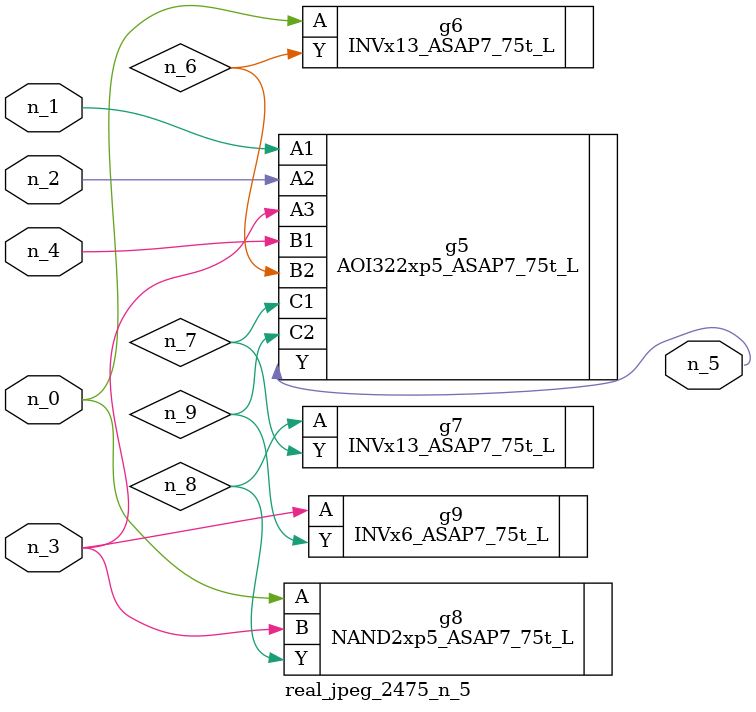
<source format=v>
module real_jpeg_2475_n_5 (n_4, n_0, n_1, n_2, n_3, n_5);

input n_4;
input n_0;
input n_1;
input n_2;
input n_3;

output n_5;

wire n_8;
wire n_6;
wire n_7;
wire n_9;

INVx13_ASAP7_75t_L g6 ( 
.A(n_0),
.Y(n_6)
);

NAND2xp5_ASAP7_75t_L g8 ( 
.A(n_0),
.B(n_3),
.Y(n_8)
);

AOI322xp5_ASAP7_75t_L g5 ( 
.A1(n_1),
.A2(n_2),
.A3(n_3),
.B1(n_4),
.B2(n_6),
.C1(n_7),
.C2(n_9),
.Y(n_5)
);

INVx6_ASAP7_75t_L g9 ( 
.A(n_3),
.Y(n_9)
);

INVx13_ASAP7_75t_L g7 ( 
.A(n_8),
.Y(n_7)
);


endmodule
</source>
